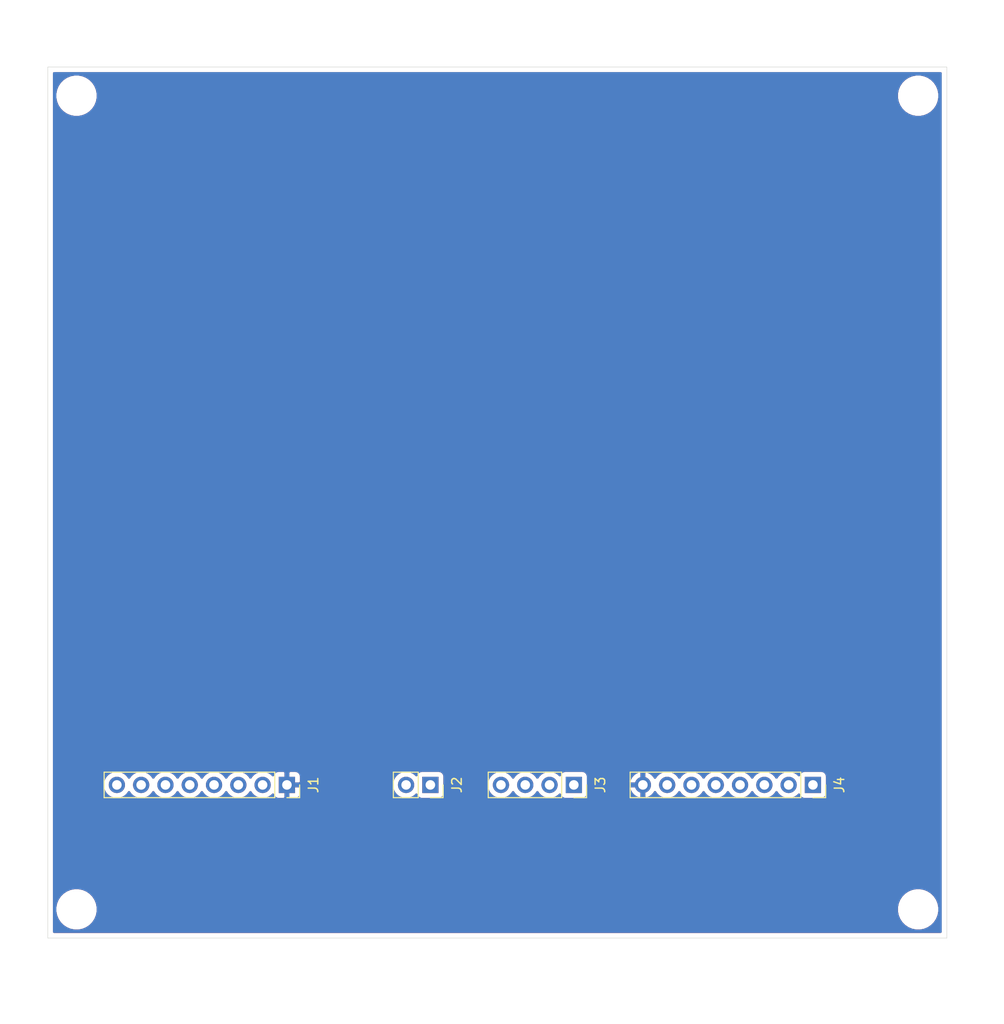
<source format=kicad_pcb>
(kicad_pcb (version 20171130) (host pcbnew 5.1.5-52549c5~84~ubuntu18.04.1)

  (general
    (thickness 1.6)
    (drawings 6)
    (tracks 0)
    (zones 0)
    (modules 8)
    (nets 21)
  )

  (page A4)
  (layers
    (0 F.Cu signal)
    (31 B.Cu signal)
    (32 B.Adhes user)
    (33 F.Adhes user)
    (34 B.Paste user)
    (35 F.Paste user)
    (36 B.SilkS user)
    (37 F.SilkS user)
    (38 B.Mask user)
    (39 F.Mask user)
    (40 Dwgs.User user)
    (41 Cmts.User user)
    (42 Eco1.User user)
    (43 Eco2.User user)
    (44 Edge.Cuts user)
    (45 Margin user)
    (46 B.CrtYd user)
    (47 F.CrtYd user)
    (48 B.Fab user)
    (49 F.Fab user)
  )

  (setup
    (last_trace_width 0.25)
    (trace_clearance 0.2)
    (zone_clearance 0.508)
    (zone_45_only no)
    (trace_min 0.2)
    (via_size 0.8)
    (via_drill 0.4)
    (via_min_size 0.4)
    (via_min_drill 0.3)
    (uvia_size 0.3)
    (uvia_drill 0.1)
    (uvias_allowed no)
    (uvia_min_size 0.2)
    (uvia_min_drill 0.1)
    (edge_width 0.05)
    (segment_width 0.2)
    (pcb_text_width 0.3)
    (pcb_text_size 1.5 1.5)
    (mod_edge_width 0.12)
    (mod_text_size 1 1)
    (mod_text_width 0.15)
    (pad_size 1.524 1.524)
    (pad_drill 0.762)
    (pad_to_mask_clearance 0.051)
    (solder_mask_min_width 0.25)
    (aux_axis_origin 0 0)
    (visible_elements FFFFFF7F)
    (pcbplotparams
      (layerselection 0x010fc_ffffffff)
      (usegerberextensions false)
      (usegerberattributes false)
      (usegerberadvancedattributes false)
      (creategerberjobfile false)
      (excludeedgelayer true)
      (linewidth 0.100000)
      (plotframeref false)
      (viasonmask false)
      (mode 1)
      (useauxorigin false)
      (hpglpennumber 1)
      (hpglpenspeed 20)
      (hpglpendiameter 15.000000)
      (psnegative false)
      (psa4output false)
      (plotreference true)
      (plotvalue true)
      (plotinvisibletext false)
      (padsonsilk false)
      (subtractmaskfromsilk false)
      (outputformat 1)
      (mirror false)
      (drillshape 1)
      (scaleselection 1)
      (outputdirectory ""))
  )

  (net 0 "")
  (net 1 GND)
  (net 2 /GATE_IN_A)
  (net 3 /GATE_IN_B)
  (net 4 /GATE_IN_C)
  (net 5 /GATE_IN_D)
  (net 6 /GATE_OUT_A)
  (net 7 /GATE_OUT_B)
  (net 8 VCC)
  (net 9 /D9)
  (net 10 /D8)
  (net 11 /A4)
  (net 12 /A5)
  (net 13 /A6)
  (net 14 /A7)
  (net 15 /CV_OUT_B)
  (net 16 /CV_OUT_A)
  (net 17 /CV_IN_D)
  (net 18 /CV_IN_C)
  (net 19 /CV_IN_B)
  (net 20 /CV_IN_A)

  (net_class Default "This is the default net class."
    (clearance 0.2)
    (trace_width 0.25)
    (via_dia 0.8)
    (via_drill 0.4)
    (uvia_dia 0.3)
    (uvia_drill 0.1)
    (add_net /A4)
    (add_net /A5)
    (add_net /A6)
    (add_net /A7)
    (add_net /CV_IN_A)
    (add_net /CV_IN_B)
    (add_net /CV_IN_C)
    (add_net /CV_IN_D)
    (add_net /CV_OUT_A)
    (add_net /CV_OUT_B)
    (add_net /D8)
    (add_net /D9)
    (add_net /GATE_IN_A)
    (add_net /GATE_IN_B)
    (add_net /GATE_IN_C)
    (add_net /GATE_IN_D)
    (add_net /GATE_OUT_A)
    (add_net /GATE_OUT_B)
    (add_net GND)
    (add_net VCC)
  )

  (module Connector_PinSocket_2.54mm:PinSocket_1x08_P2.54mm_Vertical locked (layer F.Cu) (tedit 5A19A420) (tstamp 5EDCB742)
    (at 220 125 270)
    (descr "Through hole straight socket strip, 1x08, 2.54mm pitch, single row (from Kicad 4.0.7), script generated")
    (tags "Through hole socket strip THT 1x08 2.54mm single row")
    (path /5EDCBA96)
    (fp_text reference J4 (at 0 -2.77 90) (layer F.SilkS)
      (effects (font (size 1 1) (thickness 0.15)))
    )
    (fp_text value Conn_01x08 (at 0 20.55 90) (layer F.Fab)
      (effects (font (size 1 1) (thickness 0.15)))
    )
    (fp_text user %R (at 0 8.89) (layer F.Fab)
      (effects (font (size 1 1) (thickness 0.15)))
    )
    (fp_line (start -1.8 19.55) (end -1.8 -1.8) (layer F.CrtYd) (width 0.05))
    (fp_line (start 1.75 19.55) (end -1.8 19.55) (layer F.CrtYd) (width 0.05))
    (fp_line (start 1.75 -1.8) (end 1.75 19.55) (layer F.CrtYd) (width 0.05))
    (fp_line (start -1.8 -1.8) (end 1.75 -1.8) (layer F.CrtYd) (width 0.05))
    (fp_line (start 0 -1.33) (end 1.33 -1.33) (layer F.SilkS) (width 0.12))
    (fp_line (start 1.33 -1.33) (end 1.33 0) (layer F.SilkS) (width 0.12))
    (fp_line (start 1.33 1.27) (end 1.33 19.11) (layer F.SilkS) (width 0.12))
    (fp_line (start -1.33 19.11) (end 1.33 19.11) (layer F.SilkS) (width 0.12))
    (fp_line (start -1.33 1.27) (end -1.33 19.11) (layer F.SilkS) (width 0.12))
    (fp_line (start -1.33 1.27) (end 1.33 1.27) (layer F.SilkS) (width 0.12))
    (fp_line (start -1.27 19.05) (end -1.27 -1.27) (layer F.Fab) (width 0.1))
    (fp_line (start 1.27 19.05) (end -1.27 19.05) (layer F.Fab) (width 0.1))
    (fp_line (start 1.27 -0.635) (end 1.27 19.05) (layer F.Fab) (width 0.1))
    (fp_line (start 0.635 -1.27) (end 1.27 -0.635) (layer F.Fab) (width 0.1))
    (fp_line (start -1.27 -1.27) (end 0.635 -1.27) (layer F.Fab) (width 0.1))
    (pad 8 thru_hole oval (at 0 17.78 270) (size 1.7 1.7) (drill 1) (layers *.Cu *.Mask)
      (net 1 GND))
    (pad 7 thru_hole oval (at 0 15.24 270) (size 1.7 1.7) (drill 1) (layers *.Cu *.Mask)
      (net 8 VCC))
    (pad 6 thru_hole oval (at 0 12.7 270) (size 1.7 1.7) (drill 1) (layers *.Cu *.Mask)
      (net 15 /CV_OUT_B))
    (pad 5 thru_hole oval (at 0 10.16 270) (size 1.7 1.7) (drill 1) (layers *.Cu *.Mask)
      (net 16 /CV_OUT_A))
    (pad 4 thru_hole oval (at 0 7.62 270) (size 1.7 1.7) (drill 1) (layers *.Cu *.Mask)
      (net 17 /CV_IN_D))
    (pad 3 thru_hole oval (at 0 5.08 270) (size 1.7 1.7) (drill 1) (layers *.Cu *.Mask)
      (net 18 /CV_IN_C))
    (pad 2 thru_hole oval (at 0 2.54 270) (size 1.7 1.7) (drill 1) (layers *.Cu *.Mask)
      (net 19 /CV_IN_B))
    (pad 1 thru_hole rect (at 0 0 270) (size 1.7 1.7) (drill 1) (layers *.Cu *.Mask)
      (net 20 /CV_IN_A))
    (model ${KISYS3DMOD}/Connector_PinSocket_2.54mm.3dshapes/PinSocket_1x08_P2.54mm_Vertical.wrl
      (at (xyz 0 0 0))
      (scale (xyz 1 1 1))
      (rotate (xyz 0 0 0))
    )
  )

  (module Connector_PinSocket_2.54mm:PinSocket_1x04_P2.54mm_Vertical locked (layer F.Cu) (tedit 5A19A429) (tstamp 5EDCB726)
    (at 195 125 270)
    (descr "Through hole straight socket strip, 1x04, 2.54mm pitch, single row (from Kicad 4.0.7), script generated")
    (tags "Through hole socket strip THT 1x04 2.54mm single row")
    (path /5EDCCA80)
    (fp_text reference J3 (at 0 -2.77 90) (layer F.SilkS)
      (effects (font (size 1 1) (thickness 0.15)))
    )
    (fp_text value Conn_01x04 (at 0 10.39 90) (layer F.Fab)
      (effects (font (size 1 1) (thickness 0.15)))
    )
    (fp_text user %R (at 0 3.81) (layer F.Fab)
      (effects (font (size 1 1) (thickness 0.15)))
    )
    (fp_line (start -1.8 9.4) (end -1.8 -1.8) (layer F.CrtYd) (width 0.05))
    (fp_line (start 1.75 9.4) (end -1.8 9.4) (layer F.CrtYd) (width 0.05))
    (fp_line (start 1.75 -1.8) (end 1.75 9.4) (layer F.CrtYd) (width 0.05))
    (fp_line (start -1.8 -1.8) (end 1.75 -1.8) (layer F.CrtYd) (width 0.05))
    (fp_line (start 0 -1.33) (end 1.33 -1.33) (layer F.SilkS) (width 0.12))
    (fp_line (start 1.33 -1.33) (end 1.33 0) (layer F.SilkS) (width 0.12))
    (fp_line (start 1.33 1.27) (end 1.33 8.95) (layer F.SilkS) (width 0.12))
    (fp_line (start -1.33 8.95) (end 1.33 8.95) (layer F.SilkS) (width 0.12))
    (fp_line (start -1.33 1.27) (end -1.33 8.95) (layer F.SilkS) (width 0.12))
    (fp_line (start -1.33 1.27) (end 1.33 1.27) (layer F.SilkS) (width 0.12))
    (fp_line (start -1.27 8.89) (end -1.27 -1.27) (layer F.Fab) (width 0.1))
    (fp_line (start 1.27 8.89) (end -1.27 8.89) (layer F.Fab) (width 0.1))
    (fp_line (start 1.27 -0.635) (end 1.27 8.89) (layer F.Fab) (width 0.1))
    (fp_line (start 0.635 -1.27) (end 1.27 -0.635) (layer F.Fab) (width 0.1))
    (fp_line (start -1.27 -1.27) (end 0.635 -1.27) (layer F.Fab) (width 0.1))
    (pad 4 thru_hole oval (at 0 7.62 270) (size 1.7 1.7) (drill 1) (layers *.Cu *.Mask)
      (net 11 /A4))
    (pad 3 thru_hole oval (at 0 5.08 270) (size 1.7 1.7) (drill 1) (layers *.Cu *.Mask)
      (net 12 /A5))
    (pad 2 thru_hole oval (at 0 2.54 270) (size 1.7 1.7) (drill 1) (layers *.Cu *.Mask)
      (net 13 /A6))
    (pad 1 thru_hole rect (at 0 0 270) (size 1.7 1.7) (drill 1) (layers *.Cu *.Mask)
      (net 14 /A7))
    (model ${KISYS3DMOD}/Connector_PinSocket_2.54mm.3dshapes/PinSocket_1x04_P2.54mm_Vertical.wrl
      (at (xyz 0 0 0))
      (scale (xyz 1 1 1))
      (rotate (xyz 0 0 0))
    )
  )

  (module Connector_PinSocket_2.54mm:PinSocket_1x02_P2.54mm_Vertical locked (layer F.Cu) (tedit 5A19A420) (tstamp 5EDCB70E)
    (at 180 125 270)
    (descr "Through hole straight socket strip, 1x02, 2.54mm pitch, single row (from Kicad 4.0.7), script generated")
    (tags "Through hole socket strip THT 1x02 2.54mm single row")
    (path /5EDCC6F6)
    (fp_text reference J2 (at 0 -2.77 90) (layer F.SilkS)
      (effects (font (size 1 1) (thickness 0.15)))
    )
    (fp_text value Conn_01x02 (at 0 5.31 90) (layer F.Fab)
      (effects (font (size 1 1) (thickness 0.15)))
    )
    (fp_text user %R (at 0 1.27 180) (layer F.Fab)
      (effects (font (size 1 1) (thickness 0.15)))
    )
    (fp_line (start -1.8 4.3) (end -1.8 -1.8) (layer F.CrtYd) (width 0.05))
    (fp_line (start 1.75 4.3) (end -1.8 4.3) (layer F.CrtYd) (width 0.05))
    (fp_line (start 1.75 -1.8) (end 1.75 4.3) (layer F.CrtYd) (width 0.05))
    (fp_line (start -1.8 -1.8) (end 1.75 -1.8) (layer F.CrtYd) (width 0.05))
    (fp_line (start 0 -1.33) (end 1.33 -1.33) (layer F.SilkS) (width 0.12))
    (fp_line (start 1.33 -1.33) (end 1.33 0) (layer F.SilkS) (width 0.12))
    (fp_line (start 1.33 1.27) (end 1.33 3.87) (layer F.SilkS) (width 0.12))
    (fp_line (start -1.33 3.87) (end 1.33 3.87) (layer F.SilkS) (width 0.12))
    (fp_line (start -1.33 1.27) (end -1.33 3.87) (layer F.SilkS) (width 0.12))
    (fp_line (start -1.33 1.27) (end 1.33 1.27) (layer F.SilkS) (width 0.12))
    (fp_line (start -1.27 3.81) (end -1.27 -1.27) (layer F.Fab) (width 0.1))
    (fp_line (start 1.27 3.81) (end -1.27 3.81) (layer F.Fab) (width 0.1))
    (fp_line (start 1.27 -0.635) (end 1.27 3.81) (layer F.Fab) (width 0.1))
    (fp_line (start 0.635 -1.27) (end 1.27 -0.635) (layer F.Fab) (width 0.1))
    (fp_line (start -1.27 -1.27) (end 0.635 -1.27) (layer F.Fab) (width 0.1))
    (pad 2 thru_hole oval (at 0 2.54 270) (size 1.7 1.7) (drill 1) (layers *.Cu *.Mask)
      (net 9 /D9))
    (pad 1 thru_hole rect (at 0 0 270) (size 1.7 1.7) (drill 1) (layers *.Cu *.Mask)
      (net 10 /D8))
    (model ${KISYS3DMOD}/Connector_PinSocket_2.54mm.3dshapes/PinSocket_1x02_P2.54mm_Vertical.wrl
      (at (xyz 0 0 0))
      (scale (xyz 1 1 1))
      (rotate (xyz 0 0 0))
    )
  )

  (module Connector_PinSocket_2.54mm:PinSocket_1x08_P2.54mm_Vertical locked (layer F.Cu) (tedit 5A19A420) (tstamp 5EDCB6F8)
    (at 165 125 270)
    (descr "Through hole straight socket strip, 1x08, 2.54mm pitch, single row (from Kicad 4.0.7), script generated")
    (tags "Through hole socket strip THT 1x08 2.54mm single row")
    (path /5EDCB519)
    (fp_text reference J1 (at 0 -2.77 90) (layer F.SilkS)
      (effects (font (size 1 1) (thickness 0.15)))
    )
    (fp_text value Conn_01x08 (at 0 20.55 90) (layer F.Fab)
      (effects (font (size 1 1) (thickness 0.15)))
    )
    (fp_text user %R (at 0 8.89) (layer F.Fab)
      (effects (font (size 1 1) (thickness 0.15)))
    )
    (fp_line (start -1.8 19.55) (end -1.8 -1.8) (layer F.CrtYd) (width 0.05))
    (fp_line (start 1.75 19.55) (end -1.8 19.55) (layer F.CrtYd) (width 0.05))
    (fp_line (start 1.75 -1.8) (end 1.75 19.55) (layer F.CrtYd) (width 0.05))
    (fp_line (start -1.8 -1.8) (end 1.75 -1.8) (layer F.CrtYd) (width 0.05))
    (fp_line (start 0 -1.33) (end 1.33 -1.33) (layer F.SilkS) (width 0.12))
    (fp_line (start 1.33 -1.33) (end 1.33 0) (layer F.SilkS) (width 0.12))
    (fp_line (start 1.33 1.27) (end 1.33 19.11) (layer F.SilkS) (width 0.12))
    (fp_line (start -1.33 19.11) (end 1.33 19.11) (layer F.SilkS) (width 0.12))
    (fp_line (start -1.33 1.27) (end -1.33 19.11) (layer F.SilkS) (width 0.12))
    (fp_line (start -1.33 1.27) (end 1.33 1.27) (layer F.SilkS) (width 0.12))
    (fp_line (start -1.27 19.05) (end -1.27 -1.27) (layer F.Fab) (width 0.1))
    (fp_line (start 1.27 19.05) (end -1.27 19.05) (layer F.Fab) (width 0.1))
    (fp_line (start 1.27 -0.635) (end 1.27 19.05) (layer F.Fab) (width 0.1))
    (fp_line (start 0.635 -1.27) (end 1.27 -0.635) (layer F.Fab) (width 0.1))
    (fp_line (start -1.27 -1.27) (end 0.635 -1.27) (layer F.Fab) (width 0.1))
    (pad 8 thru_hole oval (at 0 17.78 270) (size 1.7 1.7) (drill 1) (layers *.Cu *.Mask)
      (net 2 /GATE_IN_A))
    (pad 7 thru_hole oval (at 0 15.24 270) (size 1.7 1.7) (drill 1) (layers *.Cu *.Mask)
      (net 3 /GATE_IN_B))
    (pad 6 thru_hole oval (at 0 12.7 270) (size 1.7 1.7) (drill 1) (layers *.Cu *.Mask)
      (net 4 /GATE_IN_C))
    (pad 5 thru_hole oval (at 0 10.16 270) (size 1.7 1.7) (drill 1) (layers *.Cu *.Mask)
      (net 5 /GATE_IN_D))
    (pad 4 thru_hole oval (at 0 7.62 270) (size 1.7 1.7) (drill 1) (layers *.Cu *.Mask)
      (net 6 /GATE_OUT_A))
    (pad 3 thru_hole oval (at 0 5.08 270) (size 1.7 1.7) (drill 1) (layers *.Cu *.Mask)
      (net 7 /GATE_OUT_B))
    (pad 2 thru_hole oval (at 0 2.54 270) (size 1.7 1.7) (drill 1) (layers *.Cu *.Mask)
      (net 8 VCC))
    (pad 1 thru_hole rect (at 0 0 270) (size 1.7 1.7) (drill 1) (layers *.Cu *.Mask)
      (net 1 GND))
    (model ${KISYS3DMOD}/Connector_PinSocket_2.54mm.3dshapes/PinSocket_1x08_P2.54mm_Vertical.wrl
      (at (xyz 0 0 0))
      (scale (xyz 1 1 1))
      (rotate (xyz 0 0 0))
    )
  )

  (module MountingHole:MountingHole_3.2mm_M3 locked (layer F.Cu) (tedit 56D1B4CB) (tstamp 5EDCB6DC)
    (at 143 53)
    (descr "Mounting Hole 3.2mm, no annular, M3")
    (tags "mounting hole 3.2mm no annular m3")
    (path /5EDCDFC7)
    (attr virtual)
    (fp_text reference H4 (at 0 -4.2) (layer F.SilkS) hide
      (effects (font (size 1 1) (thickness 0.15)))
    )
    (fp_text value MountingHole (at 0 4.2) (layer F.Fab)
      (effects (font (size 1 1) (thickness 0.15)))
    )
    (fp_circle (center 0 0) (end 3.45 0) (layer F.CrtYd) (width 0.05))
    (fp_circle (center 0 0) (end 3.2 0) (layer Cmts.User) (width 0.15))
    (fp_text user %R (at 0.3 0) (layer F.Fab)
      (effects (font (size 1 1) (thickness 0.15)))
    )
    (pad 1 np_thru_hole circle (at 0 0) (size 3.2 3.2) (drill 3.2) (layers *.Cu *.Mask))
  )

  (module MountingHole:MountingHole_3.2mm_M3 locked (layer F.Cu) (tedit 56D1B4CB) (tstamp 5EDCB6D4)
    (at 231 53)
    (descr "Mounting Hole 3.2mm, no annular, M3")
    (tags "mounting hole 3.2mm no annular m3")
    (path /5EDCDFC1)
    (attr virtual)
    (fp_text reference H3 (at 0 -4.2) (layer F.SilkS) hide
      (effects (font (size 1 1) (thickness 0.15)))
    )
    (fp_text value MountingHole (at 0 4.2) (layer F.Fab)
      (effects (font (size 1 1) (thickness 0.15)))
    )
    (fp_circle (center 0 0) (end 3.45 0) (layer F.CrtYd) (width 0.05))
    (fp_circle (center 0 0) (end 3.2 0) (layer Cmts.User) (width 0.15))
    (fp_text user %R (at 0.3 0) (layer F.Fab)
      (effects (font (size 1 1) (thickness 0.15)))
    )
    (pad 1 np_thru_hole circle (at 0 0) (size 3.2 3.2) (drill 3.2) (layers *.Cu *.Mask))
  )

  (module MountingHole:MountingHole_3.2mm_M3 locked (layer F.Cu) (tedit 56D1B4CB) (tstamp 5EDCB6CC)
    (at 231 138)
    (descr "Mounting Hole 3.2mm, no annular, M3")
    (tags "mounting hole 3.2mm no annular m3")
    (path /5EDCD47F)
    (attr virtual)
    (fp_text reference H2 (at 0 -4.2) (layer F.SilkS) hide
      (effects (font (size 1 1) (thickness 0.15)))
    )
    (fp_text value MountingHole (at 0 4.2) (layer F.Fab)
      (effects (font (size 1 1) (thickness 0.15)))
    )
    (fp_circle (center 0 0) (end 3.45 0) (layer F.CrtYd) (width 0.05))
    (fp_circle (center 0 0) (end 3.2 0) (layer Cmts.User) (width 0.15))
    (fp_text user %R (at 0.3 0) (layer F.Fab)
      (effects (font (size 1 1) (thickness 0.15)))
    )
    (pad 1 np_thru_hole circle (at 0 0) (size 3.2 3.2) (drill 3.2) (layers *.Cu *.Mask))
  )

  (module MountingHole:MountingHole_3.2mm_M3 locked (layer F.Cu) (tedit 56D1B4CB) (tstamp 5EDCB6C4)
    (at 143 138)
    (descr "Mounting Hole 3.2mm, no annular, M3")
    (tags "mounting hole 3.2mm no annular m3")
    (path /5EDCD195)
    (attr virtual)
    (fp_text reference H1 (at 0 -4.2) (layer F.SilkS) hide
      (effects (font (size 1 1) (thickness 0.15)))
    )
    (fp_text value MountingHole (at 0 4.2) (layer F.Fab)
      (effects (font (size 1 1) (thickness 0.15)))
    )
    (fp_circle (center 0 0) (end 3.45 0) (layer F.CrtYd) (width 0.05))
    (fp_circle (center 0 0) (end 3.2 0) (layer Cmts.User) (width 0.15))
    (fp_text user %R (at 0.3 0) (layer F.Fab)
      (effects (font (size 1 1) (thickness 0.15)))
    )
    (pad 1 np_thru_hole circle (at 0 0) (size 3.2 3.2) (drill 3.2) (layers *.Cu *.Mask))
  )

  (dimension 94 (width 0.15) (layer Dwgs.User)
    (gr_text "94.000 mm" (at 187 61.3) (layer Dwgs.User)
      (effects (font (size 1 1) (thickness 0.15)))
    )
    (feature1 (pts (xy 234 50) (xy 234 60.586421)))
    (feature2 (pts (xy 140 50) (xy 140 60.586421)))
    (crossbar (pts (xy 140 60) (xy 234 60)))
    (arrow1a (pts (xy 234 60) (xy 232.873496 60.586421)))
    (arrow1b (pts (xy 234 60) (xy 232.873496 59.413579)))
    (arrow2a (pts (xy 140 60) (xy 141.126504 60.586421)))
    (arrow2b (pts (xy 140 60) (xy 141.126504 59.413579)))
  )
  (dimension 91 (width 0.15) (layer Dwgs.User)
    (gr_text "91.000 mm" (at 223.7 95.5 270) (layer Dwgs.User)
      (effects (font (size 1 1) (thickness 0.15)))
    )
    (feature1 (pts (xy 234 141) (xy 224.413579 141)))
    (feature2 (pts (xy 234 50) (xy 224.413579 50)))
    (crossbar (pts (xy 225 50) (xy 225 141)))
    (arrow1a (pts (xy 225 141) (xy 224.413579 139.873496)))
    (arrow1b (pts (xy 225 141) (xy 225.586421 139.873496)))
    (arrow2a (pts (xy 225 50) (xy 224.413579 51.126504)))
    (arrow2b (pts (xy 225 50) (xy 225.586421 51.126504)))
  )
  (gr_line (start 140 141) (end 140 50) (layer Edge.Cuts) (width 0.05))
  (gr_line (start 234 141) (end 140 141) (layer Edge.Cuts) (width 0.05))
  (gr_line (start 234 50) (end 234 141) (layer Edge.Cuts) (width 0.05))
  (gr_line (start 140 50) (end 234 50) (layer Edge.Cuts) (width 0.05))

  (zone (net 1) (net_name GND) (layer F.Cu) (tstamp 0) (hatch edge 0.508)
    (connect_pads (clearance 0.508))
    (min_thickness 0.254)
    (fill yes (arc_segments 32) (thermal_gap 0.508) (thermal_bridge_width 0.508))
    (polygon
      (pts
        (xy 240 150) (xy 135 150) (xy 135 43) (xy 240 43)
      )
    )
    (filled_polygon
      (pts
        (xy 233.340001 140.34) (xy 140.66 140.34) (xy 140.66 137.779872) (xy 140.765 137.779872) (xy 140.765 138.220128)
        (xy 140.85089 138.651925) (xy 141.019369 139.058669) (xy 141.263962 139.424729) (xy 141.575271 139.736038) (xy 141.941331 139.980631)
        (xy 142.348075 140.14911) (xy 142.779872 140.235) (xy 143.220128 140.235) (xy 143.651925 140.14911) (xy 144.058669 139.980631)
        (xy 144.424729 139.736038) (xy 144.736038 139.424729) (xy 144.980631 139.058669) (xy 145.14911 138.651925) (xy 145.235 138.220128)
        (xy 145.235 137.779872) (xy 228.765 137.779872) (xy 228.765 138.220128) (xy 228.85089 138.651925) (xy 229.019369 139.058669)
        (xy 229.263962 139.424729) (xy 229.575271 139.736038) (xy 229.941331 139.980631) (xy 230.348075 140.14911) (xy 230.779872 140.235)
        (xy 231.220128 140.235) (xy 231.651925 140.14911) (xy 232.058669 139.980631) (xy 232.424729 139.736038) (xy 232.736038 139.424729)
        (xy 232.980631 139.058669) (xy 233.14911 138.651925) (xy 233.235 138.220128) (xy 233.235 137.779872) (xy 233.14911 137.348075)
        (xy 232.980631 136.941331) (xy 232.736038 136.575271) (xy 232.424729 136.263962) (xy 232.058669 136.019369) (xy 231.651925 135.85089)
        (xy 231.220128 135.765) (xy 230.779872 135.765) (xy 230.348075 135.85089) (xy 229.941331 136.019369) (xy 229.575271 136.263962)
        (xy 229.263962 136.575271) (xy 229.019369 136.941331) (xy 228.85089 137.348075) (xy 228.765 137.779872) (xy 145.235 137.779872)
        (xy 145.14911 137.348075) (xy 144.980631 136.941331) (xy 144.736038 136.575271) (xy 144.424729 136.263962) (xy 144.058669 136.019369)
        (xy 143.651925 135.85089) (xy 143.220128 135.765) (xy 142.779872 135.765) (xy 142.348075 135.85089) (xy 141.941331 136.019369)
        (xy 141.575271 136.263962) (xy 141.263962 136.575271) (xy 141.019369 136.941331) (xy 140.85089 137.348075) (xy 140.765 137.779872)
        (xy 140.66 137.779872) (xy 140.66 124.85374) (xy 145.735 124.85374) (xy 145.735 125.14626) (xy 145.792068 125.433158)
        (xy 145.90401 125.703411) (xy 146.066525 125.946632) (xy 146.273368 126.153475) (xy 146.516589 126.31599) (xy 146.786842 126.427932)
        (xy 147.07374 126.485) (xy 147.36626 126.485) (xy 147.653158 126.427932) (xy 147.923411 126.31599) (xy 148.166632 126.153475)
        (xy 148.373475 125.946632) (xy 148.49 125.77224) (xy 148.606525 125.946632) (xy 148.813368 126.153475) (xy 149.056589 126.31599)
        (xy 149.326842 126.427932) (xy 149.61374 126.485) (xy 149.90626 126.485) (xy 150.193158 126.427932) (xy 150.463411 126.31599)
        (xy 150.706632 126.153475) (xy 150.913475 125.946632) (xy 151.03 125.77224) (xy 151.146525 125.946632) (xy 151.353368 126.153475)
        (xy 151.596589 126.31599) (xy 151.866842 126.427932) (xy 152.15374 126.485) (xy 152.44626 126.485) (xy 152.733158 126.427932)
        (xy 153.003411 126.31599) (xy 153.246632 126.153475) (xy 153.453475 125.946632) (xy 153.57 125.77224) (xy 153.686525 125.946632)
        (xy 153.893368 126.153475) (xy 154.136589 126.31599) (xy 154.406842 126.427932) (xy 154.69374 126.485) (xy 154.98626 126.485)
        (xy 155.273158 126.427932) (xy 155.543411 126.31599) (xy 155.786632 126.153475) (xy 155.993475 125.946632) (xy 156.11 125.77224)
        (xy 156.226525 125.946632) (xy 156.433368 126.153475) (xy 156.676589 126.31599) (xy 156.946842 126.427932) (xy 157.23374 126.485)
        (xy 157.52626 126.485) (xy 157.813158 126.427932) (xy 158.083411 126.31599) (xy 158.326632 126.153475) (xy 158.533475 125.946632)
        (xy 158.65 125.77224) (xy 158.766525 125.946632) (xy 158.973368 126.153475) (xy 159.216589 126.31599) (xy 159.486842 126.427932)
        (xy 159.77374 126.485) (xy 160.06626 126.485) (xy 160.353158 126.427932) (xy 160.623411 126.31599) (xy 160.866632 126.153475)
        (xy 161.073475 125.946632) (xy 161.19 125.77224) (xy 161.306525 125.946632) (xy 161.513368 126.153475) (xy 161.756589 126.31599)
        (xy 162.026842 126.427932) (xy 162.31374 126.485) (xy 162.60626 126.485) (xy 162.893158 126.427932) (xy 163.163411 126.31599)
        (xy 163.406632 126.153475) (xy 163.538487 126.02162) (xy 163.560498 126.09418) (xy 163.619463 126.204494) (xy 163.698815 126.301185)
        (xy 163.795506 126.380537) (xy 163.90582 126.439502) (xy 164.025518 126.475812) (xy 164.15 126.488072) (xy 164.71425 126.485)
        (xy 164.873 126.32625) (xy 164.873 125.127) (xy 165.127 125.127) (xy 165.127 126.32625) (xy 165.28575 126.485)
        (xy 165.85 126.488072) (xy 165.974482 126.475812) (xy 166.09418 126.439502) (xy 166.204494 126.380537) (xy 166.301185 126.301185)
        (xy 166.380537 126.204494) (xy 166.439502 126.09418) (xy 166.475812 125.974482) (xy 166.488072 125.85) (xy 166.485 125.28575)
        (xy 166.32625 125.127) (xy 165.127 125.127) (xy 164.873 125.127) (xy 164.853 125.127) (xy 164.853 124.873)
        (xy 164.873 124.873) (xy 164.873 123.67375) (xy 165.127 123.67375) (xy 165.127 124.873) (xy 166.32625 124.873)
        (xy 166.34551 124.85374) (xy 175.975 124.85374) (xy 175.975 125.14626) (xy 176.032068 125.433158) (xy 176.14401 125.703411)
        (xy 176.306525 125.946632) (xy 176.513368 126.153475) (xy 176.756589 126.31599) (xy 177.026842 126.427932) (xy 177.31374 126.485)
        (xy 177.60626 126.485) (xy 177.893158 126.427932) (xy 178.163411 126.31599) (xy 178.406632 126.153475) (xy 178.538487 126.02162)
        (xy 178.560498 126.09418) (xy 178.619463 126.204494) (xy 178.698815 126.301185) (xy 178.795506 126.380537) (xy 178.90582 126.439502)
        (xy 179.025518 126.475812) (xy 179.15 126.488072) (xy 180.85 126.488072) (xy 180.974482 126.475812) (xy 181.09418 126.439502)
        (xy 181.204494 126.380537) (xy 181.301185 126.301185) (xy 181.380537 126.204494) (xy 181.439502 126.09418) (xy 181.475812 125.974482)
        (xy 181.488072 125.85) (xy 181.488072 124.85374) (xy 185.895 124.85374) (xy 185.895 125.14626) (xy 185.952068 125.433158)
        (xy 186.06401 125.703411) (xy 186.226525 125.946632) (xy 186.433368 126.153475) (xy 186.676589 126.31599) (xy 186.946842 126.427932)
        (xy 187.23374 126.485) (xy 187.52626 126.485) (xy 187.813158 126.427932) (xy 188.083411 126.31599) (xy 188.326632 126.153475)
        (xy 188.533475 125.946632) (xy 188.65 125.77224) (xy 188.766525 125.946632) (xy 188.973368 126.153475) (xy 189.216589 126.31599)
        (xy 189.486842 126.427932) (xy 189.77374 126.485) (xy 190.06626 126.485) (xy 190.353158 126.427932) (xy 190.623411 126.31599)
        (xy 190.866632 126.153475) (xy 191.073475 125.946632) (xy 191.19 125.77224) (xy 191.306525 125.946632) (xy 191.513368 126.153475)
        (xy 191.756589 126.31599) (xy 192.026842 126.427932) (xy 192.31374 126.485) (xy 192.60626 126.485) (xy 192.893158 126.427932)
        (xy 193.163411 126.31599) (xy 193.406632 126.153475) (xy 193.538487 126.02162) (xy 193.560498 126.09418) (xy 193.619463 126.204494)
        (xy 193.698815 126.301185) (xy 193.795506 126.380537) (xy 193.90582 126.439502) (xy 194.025518 126.475812) (xy 194.15 126.488072)
        (xy 195.85 126.488072) (xy 195.974482 126.475812) (xy 196.09418 126.439502) (xy 196.204494 126.380537) (xy 196.301185 126.301185)
        (xy 196.380537 126.204494) (xy 196.439502 126.09418) (xy 196.475812 125.974482) (xy 196.488072 125.85) (xy 196.488072 125.356891)
        (xy 200.778519 125.356891) (xy 200.875843 125.631252) (xy 201.024822 125.881355) (xy 201.219731 126.097588) (xy 201.45308 126.271641)
        (xy 201.715901 126.396825) (xy 201.86311 126.441476) (xy 202.093 126.320155) (xy 202.093 125.127) (xy 200.899186 125.127)
        (xy 200.778519 125.356891) (xy 196.488072 125.356891) (xy 196.488072 124.643109) (xy 200.778519 124.643109) (xy 200.899186 124.873)
        (xy 202.093 124.873) (xy 202.093 123.679845) (xy 202.347 123.679845) (xy 202.347 124.873) (xy 202.367 124.873)
        (xy 202.367 125.127) (xy 202.347 125.127) (xy 202.347 126.320155) (xy 202.57689 126.441476) (xy 202.724099 126.396825)
        (xy 202.98692 126.271641) (xy 203.220269 126.097588) (xy 203.415178 125.881355) (xy 203.484805 125.764466) (xy 203.606525 125.946632)
        (xy 203.813368 126.153475) (xy 204.056589 126.31599) (xy 204.326842 126.427932) (xy 204.61374 126.485) (xy 204.90626 126.485)
        (xy 205.193158 126.427932) (xy 205.463411 126.31599) (xy 205.706632 126.153475) (xy 205.913475 125.946632) (xy 206.03 125.77224)
        (xy 206.146525 125.946632) (xy 206.353368 126.153475) (xy 206.596589 126.31599) (xy 206.866842 126.427932) (xy 207.15374 126.485)
        (xy 207.44626 126.485) (xy 207.733158 126.427932) (xy 208.003411 126.31599) (xy 208.246632 126.153475) (xy 208.453475 125.946632)
        (xy 208.57 125.77224) (xy 208.686525 125.946632) (xy 208.893368 126.153475) (xy 209.136589 126.31599) (xy 209.406842 126.427932)
        (xy 209.69374 126.485) (xy 209.98626 126.485) (xy 210.273158 126.427932) (xy 210.543411 126.31599) (xy 210.786632 126.153475)
        (xy 210.993475 125.946632) (xy 211.11 125.77224) (xy 211.226525 125.946632) (xy 211.433368 126.153475) (xy 211.676589 126.31599)
        (xy 211.946842 126.427932) (xy 212.23374 126.485) (xy 212.52626 126.485) (xy 212.813158 126.427932) (xy 213.083411 126.31599)
        (xy 213.326632 126.153475) (xy 213.533475 125.946632) (xy 213.65 125.77224) (xy 213.766525 125.946632) (xy 213.973368 126.153475)
        (xy 214.216589 126.31599) (xy 214.486842 126.427932) (xy 214.77374 126.485) (xy 215.06626 126.485) (xy 215.353158 126.427932)
        (xy 215.623411 126.31599) (xy 215.866632 126.153475) (xy 216.073475 125.946632) (xy 216.19 125.77224) (xy 216.306525 125.946632)
        (xy 216.513368 126.153475) (xy 216.756589 126.31599) (xy 217.026842 126.427932) (xy 217.31374 126.485) (xy 217.60626 126.485)
        (xy 217.893158 126.427932) (xy 218.163411 126.31599) (xy 218.406632 126.153475) (xy 218.538487 126.02162) (xy 218.560498 126.09418)
        (xy 218.619463 126.204494) (xy 218.698815 126.301185) (xy 218.795506 126.380537) (xy 218.90582 126.439502) (xy 219.025518 126.475812)
        (xy 219.15 126.488072) (xy 220.85 126.488072) (xy 220.974482 126.475812) (xy 221.09418 126.439502) (xy 221.204494 126.380537)
        (xy 221.301185 126.301185) (xy 221.380537 126.204494) (xy 221.439502 126.09418) (xy 221.475812 125.974482) (xy 221.488072 125.85)
        (xy 221.488072 124.15) (xy 221.475812 124.025518) (xy 221.439502 123.90582) (xy 221.380537 123.795506) (xy 221.301185 123.698815)
        (xy 221.204494 123.619463) (xy 221.09418 123.560498) (xy 220.974482 123.524188) (xy 220.85 123.511928) (xy 219.15 123.511928)
        (xy 219.025518 123.524188) (xy 218.90582 123.560498) (xy 218.795506 123.619463) (xy 218.698815 123.698815) (xy 218.619463 123.795506)
        (xy 218.560498 123.90582) (xy 218.538487 123.97838) (xy 218.406632 123.846525) (xy 218.163411 123.68401) (xy 217.893158 123.572068)
        (xy 217.60626 123.515) (xy 217.31374 123.515) (xy 217.026842 123.572068) (xy 216.756589 123.68401) (xy 216.513368 123.846525)
        (xy 216.306525 124.053368) (xy 216.19 124.22776) (xy 216.073475 124.053368) (xy 215.866632 123.846525) (xy 215.623411 123.68401)
        (xy 215.353158 123.572068) (xy 215.06626 123.515) (xy 214.77374 123.515) (xy 214.486842 123.572068) (xy 214.216589 123.68401)
        (xy 213.973368 123.846525) (xy 213.766525 124.053368) (xy 213.65 124.22776) (xy 213.533475 124.053368) (xy 213.326632 123.846525)
        (xy 213.083411 123.68401) (xy 212.813158 123.572068) (xy 212.52626 123.515) (xy 212.23374 123.515) (xy 211.946842 123.572068)
        (xy 211.676589 123.68401) (xy 211.433368 123.846525) (xy 211.226525 124.053368) (xy 211.11 124.22776) (xy 210.993475 124.053368)
        (xy 210.786632 123.846525) (xy 210.543411 123.68401) (xy 210.273158 123.572068) (xy 209.98626 123.515) (xy 209.69374 123.515)
        (xy 209.406842 123.572068) (xy 209.136589 123.68401) (xy 208.893368 123.846525) (xy 208.686525 124.053368) (xy 208.57 124.22776)
        (xy 208.453475 124.053368) (xy 208.246632 123.846525) (xy 208.003411 123.68401) (xy 207.733158 123.572068) (xy 207.44626 123.515)
        (xy 207.15374 123.515) (xy 206.866842 123.572068) (xy 206.596589 123.68401) (xy 206.353368 123.846525) (xy 206.146525 124.053368)
        (xy 206.03 124.22776) (xy 205.913475 124.053368) (xy 205.706632 123.846525) (xy 205.463411 123.68401) (xy 205.193158 123.572068)
        (xy 204.90626 123.515) (xy 204.61374 123.515) (xy 204.326842 123.572068) (xy 204.056589 123.68401) (xy 203.813368 123.846525)
        (xy 203.606525 124.053368) (xy 203.484805 124.235534) (xy 203.415178 124.118645) (xy 203.220269 123.902412) (xy 202.98692 123.728359)
        (xy 202.724099 123.603175) (xy 202.57689 123.558524) (xy 202.347 123.679845) (xy 202.093 123.679845) (xy 201.86311 123.558524)
        (xy 201.715901 123.603175) (xy 201.45308 123.728359) (xy 201.219731 123.902412) (xy 201.024822 124.118645) (xy 200.875843 124.368748)
        (xy 200.778519 124.643109) (xy 196.488072 124.643109) (xy 196.488072 124.15) (xy 196.475812 124.025518) (xy 196.439502 123.90582)
        (xy 196.380537 123.795506) (xy 196.301185 123.698815) (xy 196.204494 123.619463) (xy 196.09418 123.560498) (xy 195.974482 123.524188)
        (xy 195.85 123.511928) (xy 194.15 123.511928) (xy 194.025518 123.524188) (xy 193.90582 123.560498) (xy 193.795506 123.619463)
        (xy 193.698815 123.698815) (xy 193.619463 123.795506) (xy 193.560498 123.90582) (xy 193.538487 123.97838) (xy 193.406632 123.846525)
        (xy 193.163411 123.68401) (xy 192.893158 123.572068) (xy 192.60626 123.515) (xy 192.31374 123.515) (xy 192.026842 123.572068)
        (xy 191.756589 123.68401) (xy 191.513368 123.846525) (xy 191.306525 124.053368) (xy 191.19 124.22776) (xy 191.073475 124.053368)
        (xy 190.866632 123.846525) (xy 190.623411 123.68401) (xy 190.353158 123.572068) (xy 190.06626 123.515) (xy 189.77374 123.515)
        (xy 189.486842 123.572068) (xy 189.216589 123.68401) (xy 188.973368 123.846525) (xy 188.766525 124.053368) (xy 188.65 124.22776)
        (xy 188.533475 124.053368) (xy 188.326632 123.846525) (xy 188.083411 123.68401) (xy 187.813158 123.572068) (xy 187.52626 123.515)
        (xy 187.23374 123.515) (xy 186.946842 123.572068) (xy 186.676589 123.68401) (xy 186.433368 123.846525) (xy 186.226525 124.053368)
        (xy 186.06401 124.296589) (xy 185.952068 124.566842) (xy 185.895 124.85374) (xy 181.488072 124.85374) (xy 181.488072 124.15)
        (xy 181.475812 124.025518) (xy 181.439502 123.90582) (xy 181.380537 123.795506) (xy 181.301185 123.698815) (xy 181.204494 123.619463)
        (xy 181.09418 123.560498) (xy 180.974482 123.524188) (xy 180.85 123.511928) (xy 179.15 123.511928) (xy 179.025518 123.524188)
        (xy 178.90582 123.560498) (xy 178.795506 123.619463) (xy 178.698815 123.698815) (xy 178.619463 123.795506) (xy 178.560498 123.90582)
        (xy 178.538487 123.97838) (xy 178.406632 123.846525) (xy 178.163411 123.68401) (xy 177.893158 123.572068) (xy 177.60626 123.515)
        (xy 177.31374 123.515) (xy 177.026842 123.572068) (xy 176.756589 123.68401) (xy 176.513368 123.846525) (xy 176.306525 124.053368)
        (xy 176.14401 124.296589) (xy 176.032068 124.566842) (xy 175.975 124.85374) (xy 166.34551 124.85374) (xy 166.485 124.71425)
        (xy 166.488072 124.15) (xy 166.475812 124.025518) (xy 166.439502 123.90582) (xy 166.380537 123.795506) (xy 166.301185 123.698815)
        (xy 166.204494 123.619463) (xy 166.09418 123.560498) (xy 165.974482 123.524188) (xy 165.85 123.511928) (xy 165.28575 123.515)
        (xy 165.127 123.67375) (xy 164.873 123.67375) (xy 164.71425 123.515) (xy 164.15 123.511928) (xy 164.025518 123.524188)
        (xy 163.90582 123.560498) (xy 163.795506 123.619463) (xy 163.698815 123.698815) (xy 163.619463 123.795506) (xy 163.560498 123.90582)
        (xy 163.538487 123.97838) (xy 163.406632 123.846525) (xy 163.163411 123.68401) (xy 162.893158 123.572068) (xy 162.60626 123.515)
        (xy 162.31374 123.515) (xy 162.026842 123.572068) (xy 161.756589 123.68401) (xy 161.513368 123.846525) (xy 161.306525 124.053368)
        (xy 161.19 124.22776) (xy 161.073475 124.053368) (xy 160.866632 123.846525) (xy 160.623411 123.68401) (xy 160.353158 123.572068)
        (xy 160.06626 123.515) (xy 159.77374 123.515) (xy 159.486842 123.572068) (xy 159.216589 123.68401) (xy 158.973368 123.846525)
        (xy 158.766525 124.053368) (xy 158.65 124.22776) (xy 158.533475 124.053368) (xy 158.326632 123.846525) (xy 158.083411 123.68401)
        (xy 157.813158 123.572068) (xy 157.52626 123.515) (xy 157.23374 123.515) (xy 156.946842 123.572068) (xy 156.676589 123.68401)
        (xy 156.433368 123.846525) (xy 156.226525 124.053368) (xy 156.11 124.22776) (xy 155.993475 124.053368) (xy 155.786632 123.846525)
        (xy 155.543411 123.68401) (xy 155.273158 123.572068) (xy 154.98626 123.515) (xy 154.69374 123.515) (xy 154.406842 123.572068)
        (xy 154.136589 123.68401) (xy 153.893368 123.846525) (xy 153.686525 124.053368) (xy 153.57 124.22776) (xy 153.453475 124.053368)
        (xy 153.246632 123.846525) (xy 153.003411 123.68401) (xy 152.733158 123.572068) (xy 152.44626 123.515) (xy 152.15374 123.515)
        (xy 151.866842 123.572068) (xy 151.596589 123.68401) (xy 151.353368 123.846525) (xy 151.146525 124.053368) (xy 151.03 124.22776)
        (xy 150.913475 124.053368) (xy 150.706632 123.846525) (xy 150.463411 123.68401) (xy 150.193158 123.572068) (xy 149.90626 123.515)
        (xy 149.61374 123.515) (xy 149.326842 123.572068) (xy 149.056589 123.68401) (xy 148.813368 123.846525) (xy 148.606525 124.053368)
        (xy 148.49 124.22776) (xy 148.373475 124.053368) (xy 148.166632 123.846525) (xy 147.923411 123.68401) (xy 147.653158 123.572068)
        (xy 147.36626 123.515) (xy 147.07374 123.515) (xy 146.786842 123.572068) (xy 146.516589 123.68401) (xy 146.273368 123.846525)
        (xy 146.066525 124.053368) (xy 145.90401 124.296589) (xy 145.792068 124.566842) (xy 145.735 124.85374) (xy 140.66 124.85374)
        (xy 140.66 52.779872) (xy 140.765 52.779872) (xy 140.765 53.220128) (xy 140.85089 53.651925) (xy 141.019369 54.058669)
        (xy 141.263962 54.424729) (xy 141.575271 54.736038) (xy 141.941331 54.980631) (xy 142.348075 55.14911) (xy 142.779872 55.235)
        (xy 143.220128 55.235) (xy 143.651925 55.14911) (xy 144.058669 54.980631) (xy 144.424729 54.736038) (xy 144.736038 54.424729)
        (xy 144.980631 54.058669) (xy 145.14911 53.651925) (xy 145.235 53.220128) (xy 145.235 52.779872) (xy 228.765 52.779872)
        (xy 228.765 53.220128) (xy 228.85089 53.651925) (xy 229.019369 54.058669) (xy 229.263962 54.424729) (xy 229.575271 54.736038)
        (xy 229.941331 54.980631) (xy 230.348075 55.14911) (xy 230.779872 55.235) (xy 231.220128 55.235) (xy 231.651925 55.14911)
        (xy 232.058669 54.980631) (xy 232.424729 54.736038) (xy 232.736038 54.424729) (xy 232.980631 54.058669) (xy 233.14911 53.651925)
        (xy 233.235 53.220128) (xy 233.235 52.779872) (xy 233.14911 52.348075) (xy 232.980631 51.941331) (xy 232.736038 51.575271)
        (xy 232.424729 51.263962) (xy 232.058669 51.019369) (xy 231.651925 50.85089) (xy 231.220128 50.765) (xy 230.779872 50.765)
        (xy 230.348075 50.85089) (xy 229.941331 51.019369) (xy 229.575271 51.263962) (xy 229.263962 51.575271) (xy 229.019369 51.941331)
        (xy 228.85089 52.348075) (xy 228.765 52.779872) (xy 145.235 52.779872) (xy 145.14911 52.348075) (xy 144.980631 51.941331)
        (xy 144.736038 51.575271) (xy 144.424729 51.263962) (xy 144.058669 51.019369) (xy 143.651925 50.85089) (xy 143.220128 50.765)
        (xy 142.779872 50.765) (xy 142.348075 50.85089) (xy 141.941331 51.019369) (xy 141.575271 51.263962) (xy 141.263962 51.575271)
        (xy 141.019369 51.941331) (xy 140.85089 52.348075) (xy 140.765 52.779872) (xy 140.66 52.779872) (xy 140.66 50.66)
        (xy 233.34 50.66)
      )
    )
  )
  (zone (net 1) (net_name GND) (layer B.Cu) (tstamp 5EDCC519) (hatch edge 0.508)
    (connect_pads (clearance 0.508))
    (min_thickness 0.254)
    (fill yes (arc_segments 32) (thermal_gap 0.508) (thermal_bridge_width 0.508))
    (polygon
      (pts
        (xy 240 150) (xy 135 150) (xy 135 43) (xy 240 43)
      )
    )
    (filled_polygon
      (pts
        (xy 233.340001 140.34) (xy 140.66 140.34) (xy 140.66 137.779872) (xy 140.765 137.779872) (xy 140.765 138.220128)
        (xy 140.85089 138.651925) (xy 141.019369 139.058669) (xy 141.263962 139.424729) (xy 141.575271 139.736038) (xy 141.941331 139.980631)
        (xy 142.348075 140.14911) (xy 142.779872 140.235) (xy 143.220128 140.235) (xy 143.651925 140.14911) (xy 144.058669 139.980631)
        (xy 144.424729 139.736038) (xy 144.736038 139.424729) (xy 144.980631 139.058669) (xy 145.14911 138.651925) (xy 145.235 138.220128)
        (xy 145.235 137.779872) (xy 228.765 137.779872) (xy 228.765 138.220128) (xy 228.85089 138.651925) (xy 229.019369 139.058669)
        (xy 229.263962 139.424729) (xy 229.575271 139.736038) (xy 229.941331 139.980631) (xy 230.348075 140.14911) (xy 230.779872 140.235)
        (xy 231.220128 140.235) (xy 231.651925 140.14911) (xy 232.058669 139.980631) (xy 232.424729 139.736038) (xy 232.736038 139.424729)
        (xy 232.980631 139.058669) (xy 233.14911 138.651925) (xy 233.235 138.220128) (xy 233.235 137.779872) (xy 233.14911 137.348075)
        (xy 232.980631 136.941331) (xy 232.736038 136.575271) (xy 232.424729 136.263962) (xy 232.058669 136.019369) (xy 231.651925 135.85089)
        (xy 231.220128 135.765) (xy 230.779872 135.765) (xy 230.348075 135.85089) (xy 229.941331 136.019369) (xy 229.575271 136.263962)
        (xy 229.263962 136.575271) (xy 229.019369 136.941331) (xy 228.85089 137.348075) (xy 228.765 137.779872) (xy 145.235 137.779872)
        (xy 145.14911 137.348075) (xy 144.980631 136.941331) (xy 144.736038 136.575271) (xy 144.424729 136.263962) (xy 144.058669 136.019369)
        (xy 143.651925 135.85089) (xy 143.220128 135.765) (xy 142.779872 135.765) (xy 142.348075 135.85089) (xy 141.941331 136.019369)
        (xy 141.575271 136.263962) (xy 141.263962 136.575271) (xy 141.019369 136.941331) (xy 140.85089 137.348075) (xy 140.765 137.779872)
        (xy 140.66 137.779872) (xy 140.66 124.85374) (xy 145.735 124.85374) (xy 145.735 125.14626) (xy 145.792068 125.433158)
        (xy 145.90401 125.703411) (xy 146.066525 125.946632) (xy 146.273368 126.153475) (xy 146.516589 126.31599) (xy 146.786842 126.427932)
        (xy 147.07374 126.485) (xy 147.36626 126.485) (xy 147.653158 126.427932) (xy 147.923411 126.31599) (xy 148.166632 126.153475)
        (xy 148.373475 125.946632) (xy 148.49 125.77224) (xy 148.606525 125.946632) (xy 148.813368 126.153475) (xy 149.056589 126.31599)
        (xy 149.326842 126.427932) (xy 149.61374 126.485) (xy 149.90626 126.485) (xy 150.193158 126.427932) (xy 150.463411 126.31599)
        (xy 150.706632 126.153475) (xy 150.913475 125.946632) (xy 151.03 125.77224) (xy 151.146525 125.946632) (xy 151.353368 126.153475)
        (xy 151.596589 126.31599) (xy 151.866842 126.427932) (xy 152.15374 126.485) (xy 152.44626 126.485) (xy 152.733158 126.427932)
        (xy 153.003411 126.31599) (xy 153.246632 126.153475) (xy 153.453475 125.946632) (xy 153.57 125.77224) (xy 153.686525 125.946632)
        (xy 153.893368 126.153475) (xy 154.136589 126.31599) (xy 154.406842 126.427932) (xy 154.69374 126.485) (xy 154.98626 126.485)
        (xy 155.273158 126.427932) (xy 155.543411 126.31599) (xy 155.786632 126.153475) (xy 155.993475 125.946632) (xy 156.11 125.77224)
        (xy 156.226525 125.946632) (xy 156.433368 126.153475) (xy 156.676589 126.31599) (xy 156.946842 126.427932) (xy 157.23374 126.485)
        (xy 157.52626 126.485) (xy 157.813158 126.427932) (xy 158.083411 126.31599) (xy 158.326632 126.153475) (xy 158.533475 125.946632)
        (xy 158.65 125.77224) (xy 158.766525 125.946632) (xy 158.973368 126.153475) (xy 159.216589 126.31599) (xy 159.486842 126.427932)
        (xy 159.77374 126.485) (xy 160.06626 126.485) (xy 160.353158 126.427932) (xy 160.623411 126.31599) (xy 160.866632 126.153475)
        (xy 161.073475 125.946632) (xy 161.19 125.77224) (xy 161.306525 125.946632) (xy 161.513368 126.153475) (xy 161.756589 126.31599)
        (xy 162.026842 126.427932) (xy 162.31374 126.485) (xy 162.60626 126.485) (xy 162.893158 126.427932) (xy 163.163411 126.31599)
        (xy 163.406632 126.153475) (xy 163.538487 126.02162) (xy 163.560498 126.09418) (xy 163.619463 126.204494) (xy 163.698815 126.301185)
        (xy 163.795506 126.380537) (xy 163.90582 126.439502) (xy 164.025518 126.475812) (xy 164.15 126.488072) (xy 164.71425 126.485)
        (xy 164.873 126.32625) (xy 164.873 125.127) (xy 165.127 125.127) (xy 165.127 126.32625) (xy 165.28575 126.485)
        (xy 165.85 126.488072) (xy 165.974482 126.475812) (xy 166.09418 126.439502) (xy 166.204494 126.380537) (xy 166.301185 126.301185)
        (xy 166.380537 126.204494) (xy 166.439502 126.09418) (xy 166.475812 125.974482) (xy 166.488072 125.85) (xy 166.485 125.28575)
        (xy 166.32625 125.127) (xy 165.127 125.127) (xy 164.873 125.127) (xy 164.853 125.127) (xy 164.853 124.873)
        (xy 164.873 124.873) (xy 164.873 123.67375) (xy 165.127 123.67375) (xy 165.127 124.873) (xy 166.32625 124.873)
        (xy 166.34551 124.85374) (xy 175.975 124.85374) (xy 175.975 125.14626) (xy 176.032068 125.433158) (xy 176.14401 125.703411)
        (xy 176.306525 125.946632) (xy 176.513368 126.153475) (xy 176.756589 126.31599) (xy 177.026842 126.427932) (xy 177.31374 126.485)
        (xy 177.60626 126.485) (xy 177.893158 126.427932) (xy 178.163411 126.31599) (xy 178.406632 126.153475) (xy 178.538487 126.02162)
        (xy 178.560498 126.09418) (xy 178.619463 126.204494) (xy 178.698815 126.301185) (xy 178.795506 126.380537) (xy 178.90582 126.439502)
        (xy 179.025518 126.475812) (xy 179.15 126.488072) (xy 180.85 126.488072) (xy 180.974482 126.475812) (xy 181.09418 126.439502)
        (xy 181.204494 126.380537) (xy 181.301185 126.301185) (xy 181.380537 126.204494) (xy 181.439502 126.09418) (xy 181.475812 125.974482)
        (xy 181.488072 125.85) (xy 181.488072 124.85374) (xy 185.895 124.85374) (xy 185.895 125.14626) (xy 185.952068 125.433158)
        (xy 186.06401 125.703411) (xy 186.226525 125.946632) (xy 186.433368 126.153475) (xy 186.676589 126.31599) (xy 186.946842 126.427932)
        (xy 187.23374 126.485) (xy 187.52626 126.485) (xy 187.813158 126.427932) (xy 188.083411 126.31599) (xy 188.326632 126.153475)
        (xy 188.533475 125.946632) (xy 188.65 125.77224) (xy 188.766525 125.946632) (xy 188.973368 126.153475) (xy 189.216589 126.31599)
        (xy 189.486842 126.427932) (xy 189.77374 126.485) (xy 190.06626 126.485) (xy 190.353158 126.427932) (xy 190.623411 126.31599)
        (xy 190.866632 126.153475) (xy 191.073475 125.946632) (xy 191.19 125.77224) (xy 191.306525 125.946632) (xy 191.513368 126.153475)
        (xy 191.756589 126.31599) (xy 192.026842 126.427932) (xy 192.31374 126.485) (xy 192.60626 126.485) (xy 192.893158 126.427932)
        (xy 193.163411 126.31599) (xy 193.406632 126.153475) (xy 193.538487 126.02162) (xy 193.560498 126.09418) (xy 193.619463 126.204494)
        (xy 193.698815 126.301185) (xy 193.795506 126.380537) (xy 193.90582 126.439502) (xy 194.025518 126.475812) (xy 194.15 126.488072)
        (xy 195.85 126.488072) (xy 195.974482 126.475812) (xy 196.09418 126.439502) (xy 196.204494 126.380537) (xy 196.301185 126.301185)
        (xy 196.380537 126.204494) (xy 196.439502 126.09418) (xy 196.475812 125.974482) (xy 196.488072 125.85) (xy 196.488072 125.356891)
        (xy 200.778519 125.356891) (xy 200.875843 125.631252) (xy 201.024822 125.881355) (xy 201.219731 126.097588) (xy 201.45308 126.271641)
        (xy 201.715901 126.396825) (xy 201.86311 126.441476) (xy 202.093 126.320155) (xy 202.093 125.127) (xy 200.899186 125.127)
        (xy 200.778519 125.356891) (xy 196.488072 125.356891) (xy 196.488072 124.643109) (xy 200.778519 124.643109) (xy 200.899186 124.873)
        (xy 202.093 124.873) (xy 202.093 123.679845) (xy 202.347 123.679845) (xy 202.347 124.873) (xy 202.367 124.873)
        (xy 202.367 125.127) (xy 202.347 125.127) (xy 202.347 126.320155) (xy 202.57689 126.441476) (xy 202.724099 126.396825)
        (xy 202.98692 126.271641) (xy 203.220269 126.097588) (xy 203.415178 125.881355) (xy 203.484805 125.764466) (xy 203.606525 125.946632)
        (xy 203.813368 126.153475) (xy 204.056589 126.31599) (xy 204.326842 126.427932) (xy 204.61374 126.485) (xy 204.90626 126.485)
        (xy 205.193158 126.427932) (xy 205.463411 126.31599) (xy 205.706632 126.153475) (xy 205.913475 125.946632) (xy 206.03 125.77224)
        (xy 206.146525 125.946632) (xy 206.353368 126.153475) (xy 206.596589 126.31599) (xy 206.866842 126.427932) (xy 207.15374 126.485)
        (xy 207.44626 126.485) (xy 207.733158 126.427932) (xy 208.003411 126.31599) (xy 208.246632 126.153475) (xy 208.453475 125.946632)
        (xy 208.57 125.77224) (xy 208.686525 125.946632) (xy 208.893368 126.153475) (xy 209.136589 126.31599) (xy 209.406842 126.427932)
        (xy 209.69374 126.485) (xy 209.98626 126.485) (xy 210.273158 126.427932) (xy 210.543411 126.31599) (xy 210.786632 126.153475)
        (xy 210.993475 125.946632) (xy 211.11 125.77224) (xy 211.226525 125.946632) (xy 211.433368 126.153475) (xy 211.676589 126.31599)
        (xy 211.946842 126.427932) (xy 212.23374 126.485) (xy 212.52626 126.485) (xy 212.813158 126.427932) (xy 213.083411 126.31599)
        (xy 213.326632 126.153475) (xy 213.533475 125.946632) (xy 213.65 125.77224) (xy 213.766525 125.946632) (xy 213.973368 126.153475)
        (xy 214.216589 126.31599) (xy 214.486842 126.427932) (xy 214.77374 126.485) (xy 215.06626 126.485) (xy 215.353158 126.427932)
        (xy 215.623411 126.31599) (xy 215.866632 126.153475) (xy 216.073475 125.946632) (xy 216.19 125.77224) (xy 216.306525 125.946632)
        (xy 216.513368 126.153475) (xy 216.756589 126.31599) (xy 217.026842 126.427932) (xy 217.31374 126.485) (xy 217.60626 126.485)
        (xy 217.893158 126.427932) (xy 218.163411 126.31599) (xy 218.406632 126.153475) (xy 218.538487 126.02162) (xy 218.560498 126.09418)
        (xy 218.619463 126.204494) (xy 218.698815 126.301185) (xy 218.795506 126.380537) (xy 218.90582 126.439502) (xy 219.025518 126.475812)
        (xy 219.15 126.488072) (xy 220.85 126.488072) (xy 220.974482 126.475812) (xy 221.09418 126.439502) (xy 221.204494 126.380537)
        (xy 221.301185 126.301185) (xy 221.380537 126.204494) (xy 221.439502 126.09418) (xy 221.475812 125.974482) (xy 221.488072 125.85)
        (xy 221.488072 124.15) (xy 221.475812 124.025518) (xy 221.439502 123.90582) (xy 221.380537 123.795506) (xy 221.301185 123.698815)
        (xy 221.204494 123.619463) (xy 221.09418 123.560498) (xy 220.974482 123.524188) (xy 220.85 123.511928) (xy 219.15 123.511928)
        (xy 219.025518 123.524188) (xy 218.90582 123.560498) (xy 218.795506 123.619463) (xy 218.698815 123.698815) (xy 218.619463 123.795506)
        (xy 218.560498 123.90582) (xy 218.538487 123.97838) (xy 218.406632 123.846525) (xy 218.163411 123.68401) (xy 217.893158 123.572068)
        (xy 217.60626 123.515) (xy 217.31374 123.515) (xy 217.026842 123.572068) (xy 216.756589 123.68401) (xy 216.513368 123.846525)
        (xy 216.306525 124.053368) (xy 216.19 124.22776) (xy 216.073475 124.053368) (xy 215.866632 123.846525) (xy 215.623411 123.68401)
        (xy 215.353158 123.572068) (xy 215.06626 123.515) (xy 214.77374 123.515) (xy 214.486842 123.572068) (xy 214.216589 123.68401)
        (xy 213.973368 123.846525) (xy 213.766525 124.053368) (xy 213.65 124.22776) (xy 213.533475 124.053368) (xy 213.326632 123.846525)
        (xy 213.083411 123.68401) (xy 212.813158 123.572068) (xy 212.52626 123.515) (xy 212.23374 123.515) (xy 211.946842 123.572068)
        (xy 211.676589 123.68401) (xy 211.433368 123.846525) (xy 211.226525 124.053368) (xy 211.11 124.22776) (xy 210.993475 124.053368)
        (xy 210.786632 123.846525) (xy 210.543411 123.68401) (xy 210.273158 123.572068) (xy 209.98626 123.515) (xy 209.69374 123.515)
        (xy 209.406842 123.572068) (xy 209.136589 123.68401) (xy 208.893368 123.846525) (xy 208.686525 124.053368) (xy 208.57 124.22776)
        (xy 208.453475 124.053368) (xy 208.246632 123.846525) (xy 208.003411 123.68401) (xy 207.733158 123.572068) (xy 207.44626 123.515)
        (xy 207.15374 123.515) (xy 206.866842 123.572068) (xy 206.596589 123.68401) (xy 206.353368 123.846525) (xy 206.146525 124.053368)
        (xy 206.03 124.22776) (xy 205.913475 124.053368) (xy 205.706632 123.846525) (xy 205.463411 123.68401) (xy 205.193158 123.572068)
        (xy 204.90626 123.515) (xy 204.61374 123.515) (xy 204.326842 123.572068) (xy 204.056589 123.68401) (xy 203.813368 123.846525)
        (xy 203.606525 124.053368) (xy 203.484805 124.235534) (xy 203.415178 124.118645) (xy 203.220269 123.902412) (xy 202.98692 123.728359)
        (xy 202.724099 123.603175) (xy 202.57689 123.558524) (xy 202.347 123.679845) (xy 202.093 123.679845) (xy 201.86311 123.558524)
        (xy 201.715901 123.603175) (xy 201.45308 123.728359) (xy 201.219731 123.902412) (xy 201.024822 124.118645) (xy 200.875843 124.368748)
        (xy 200.778519 124.643109) (xy 196.488072 124.643109) (xy 196.488072 124.15) (xy 196.475812 124.025518) (xy 196.439502 123.90582)
        (xy 196.380537 123.795506) (xy 196.301185 123.698815) (xy 196.204494 123.619463) (xy 196.09418 123.560498) (xy 195.974482 123.524188)
        (xy 195.85 123.511928) (xy 194.15 123.511928) (xy 194.025518 123.524188) (xy 193.90582 123.560498) (xy 193.795506 123.619463)
        (xy 193.698815 123.698815) (xy 193.619463 123.795506) (xy 193.560498 123.90582) (xy 193.538487 123.97838) (xy 193.406632 123.846525)
        (xy 193.163411 123.68401) (xy 192.893158 123.572068) (xy 192.60626 123.515) (xy 192.31374 123.515) (xy 192.026842 123.572068)
        (xy 191.756589 123.68401) (xy 191.513368 123.846525) (xy 191.306525 124.053368) (xy 191.19 124.22776) (xy 191.073475 124.053368)
        (xy 190.866632 123.846525) (xy 190.623411 123.68401) (xy 190.353158 123.572068) (xy 190.06626 123.515) (xy 189.77374 123.515)
        (xy 189.486842 123.572068) (xy 189.216589 123.68401) (xy 188.973368 123.846525) (xy 188.766525 124.053368) (xy 188.65 124.22776)
        (xy 188.533475 124.053368) (xy 188.326632 123.846525) (xy 188.083411 123.68401) (xy 187.813158 123.572068) (xy 187.52626 123.515)
        (xy 187.23374 123.515) (xy 186.946842 123.572068) (xy 186.676589 123.68401) (xy 186.433368 123.846525) (xy 186.226525 124.053368)
        (xy 186.06401 124.296589) (xy 185.952068 124.566842) (xy 185.895 124.85374) (xy 181.488072 124.85374) (xy 181.488072 124.15)
        (xy 181.475812 124.025518) (xy 181.439502 123.90582) (xy 181.380537 123.795506) (xy 181.301185 123.698815) (xy 181.204494 123.619463)
        (xy 181.09418 123.560498) (xy 180.974482 123.524188) (xy 180.85 123.511928) (xy 179.15 123.511928) (xy 179.025518 123.524188)
        (xy 178.90582 123.560498) (xy 178.795506 123.619463) (xy 178.698815 123.698815) (xy 178.619463 123.795506) (xy 178.560498 123.90582)
        (xy 178.538487 123.97838) (xy 178.406632 123.846525) (xy 178.163411 123.68401) (xy 177.893158 123.572068) (xy 177.60626 123.515)
        (xy 177.31374 123.515) (xy 177.026842 123.572068) (xy 176.756589 123.68401) (xy 176.513368 123.846525) (xy 176.306525 124.053368)
        (xy 176.14401 124.296589) (xy 176.032068 124.566842) (xy 175.975 124.85374) (xy 166.34551 124.85374) (xy 166.485 124.71425)
        (xy 166.488072 124.15) (xy 166.475812 124.025518) (xy 166.439502 123.90582) (xy 166.380537 123.795506) (xy 166.301185 123.698815)
        (xy 166.204494 123.619463) (xy 166.09418 123.560498) (xy 165.974482 123.524188) (xy 165.85 123.511928) (xy 165.28575 123.515)
        (xy 165.127 123.67375) (xy 164.873 123.67375) (xy 164.71425 123.515) (xy 164.15 123.511928) (xy 164.025518 123.524188)
        (xy 163.90582 123.560498) (xy 163.795506 123.619463) (xy 163.698815 123.698815) (xy 163.619463 123.795506) (xy 163.560498 123.90582)
        (xy 163.538487 123.97838) (xy 163.406632 123.846525) (xy 163.163411 123.68401) (xy 162.893158 123.572068) (xy 162.60626 123.515)
        (xy 162.31374 123.515) (xy 162.026842 123.572068) (xy 161.756589 123.68401) (xy 161.513368 123.846525) (xy 161.306525 124.053368)
        (xy 161.19 124.22776) (xy 161.073475 124.053368) (xy 160.866632 123.846525) (xy 160.623411 123.68401) (xy 160.353158 123.572068)
        (xy 160.06626 123.515) (xy 159.77374 123.515) (xy 159.486842 123.572068) (xy 159.216589 123.68401) (xy 158.973368 123.846525)
        (xy 158.766525 124.053368) (xy 158.65 124.22776) (xy 158.533475 124.053368) (xy 158.326632 123.846525) (xy 158.083411 123.68401)
        (xy 157.813158 123.572068) (xy 157.52626 123.515) (xy 157.23374 123.515) (xy 156.946842 123.572068) (xy 156.676589 123.68401)
        (xy 156.433368 123.846525) (xy 156.226525 124.053368) (xy 156.11 124.22776) (xy 155.993475 124.053368) (xy 155.786632 123.846525)
        (xy 155.543411 123.68401) (xy 155.273158 123.572068) (xy 154.98626 123.515) (xy 154.69374 123.515) (xy 154.406842 123.572068)
        (xy 154.136589 123.68401) (xy 153.893368 123.846525) (xy 153.686525 124.053368) (xy 153.57 124.22776) (xy 153.453475 124.053368)
        (xy 153.246632 123.846525) (xy 153.003411 123.68401) (xy 152.733158 123.572068) (xy 152.44626 123.515) (xy 152.15374 123.515)
        (xy 151.866842 123.572068) (xy 151.596589 123.68401) (xy 151.353368 123.846525) (xy 151.146525 124.053368) (xy 151.03 124.22776)
        (xy 150.913475 124.053368) (xy 150.706632 123.846525) (xy 150.463411 123.68401) (xy 150.193158 123.572068) (xy 149.90626 123.515)
        (xy 149.61374 123.515) (xy 149.326842 123.572068) (xy 149.056589 123.68401) (xy 148.813368 123.846525) (xy 148.606525 124.053368)
        (xy 148.49 124.22776) (xy 148.373475 124.053368) (xy 148.166632 123.846525) (xy 147.923411 123.68401) (xy 147.653158 123.572068)
        (xy 147.36626 123.515) (xy 147.07374 123.515) (xy 146.786842 123.572068) (xy 146.516589 123.68401) (xy 146.273368 123.846525)
        (xy 146.066525 124.053368) (xy 145.90401 124.296589) (xy 145.792068 124.566842) (xy 145.735 124.85374) (xy 140.66 124.85374)
        (xy 140.66 52.779872) (xy 140.765 52.779872) (xy 140.765 53.220128) (xy 140.85089 53.651925) (xy 141.019369 54.058669)
        (xy 141.263962 54.424729) (xy 141.575271 54.736038) (xy 141.941331 54.980631) (xy 142.348075 55.14911) (xy 142.779872 55.235)
        (xy 143.220128 55.235) (xy 143.651925 55.14911) (xy 144.058669 54.980631) (xy 144.424729 54.736038) (xy 144.736038 54.424729)
        (xy 144.980631 54.058669) (xy 145.14911 53.651925) (xy 145.235 53.220128) (xy 145.235 52.779872) (xy 228.765 52.779872)
        (xy 228.765 53.220128) (xy 228.85089 53.651925) (xy 229.019369 54.058669) (xy 229.263962 54.424729) (xy 229.575271 54.736038)
        (xy 229.941331 54.980631) (xy 230.348075 55.14911) (xy 230.779872 55.235) (xy 231.220128 55.235) (xy 231.651925 55.14911)
        (xy 232.058669 54.980631) (xy 232.424729 54.736038) (xy 232.736038 54.424729) (xy 232.980631 54.058669) (xy 233.14911 53.651925)
        (xy 233.235 53.220128) (xy 233.235 52.779872) (xy 233.14911 52.348075) (xy 232.980631 51.941331) (xy 232.736038 51.575271)
        (xy 232.424729 51.263962) (xy 232.058669 51.019369) (xy 231.651925 50.85089) (xy 231.220128 50.765) (xy 230.779872 50.765)
        (xy 230.348075 50.85089) (xy 229.941331 51.019369) (xy 229.575271 51.263962) (xy 229.263962 51.575271) (xy 229.019369 51.941331)
        (xy 228.85089 52.348075) (xy 228.765 52.779872) (xy 145.235 52.779872) (xy 145.14911 52.348075) (xy 144.980631 51.941331)
        (xy 144.736038 51.575271) (xy 144.424729 51.263962) (xy 144.058669 51.019369) (xy 143.651925 50.85089) (xy 143.220128 50.765)
        (xy 142.779872 50.765) (xy 142.348075 50.85089) (xy 141.941331 51.019369) (xy 141.575271 51.263962) (xy 141.263962 51.575271)
        (xy 141.019369 51.941331) (xy 140.85089 52.348075) (xy 140.765 52.779872) (xy 140.66 52.779872) (xy 140.66 50.66)
        (xy 233.34 50.66)
      )
    )
  )
)

</source>
